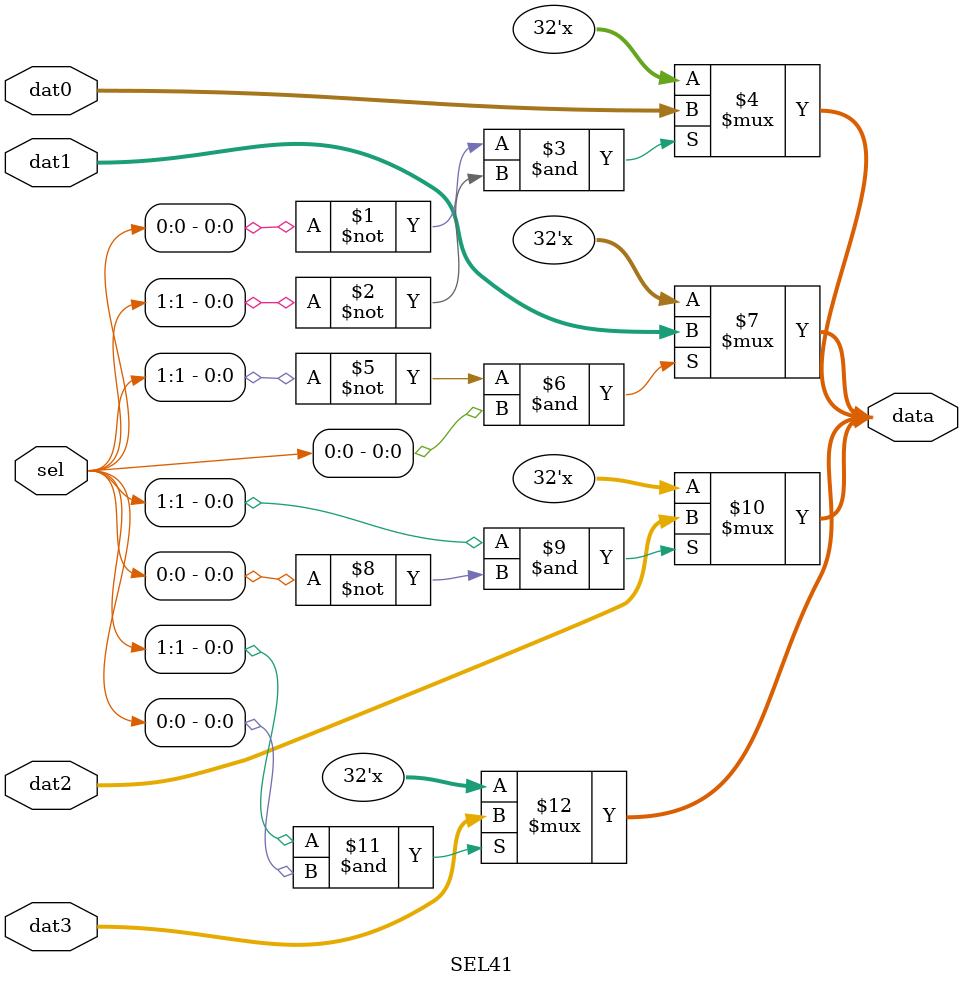
<source format=v>
module SEL41(
    input [1:0]sel,
    input [31:0]dat0,
    input [31:0]dat1,
    input [31:0]dat2,
    input [31:0]dat3,

    output [31:0]data
);

assign data=~sel[0]&~sel[1]?dat0:32'bz;
assign data=~sel[1]&sel[0]?dat1:32'bz;
assign data=sel[1]&~sel[0]?dat2:32'bz;
assign data=sel[1]&sel[0]?dat3:32'bz;

endmodule // sel41
</source>
